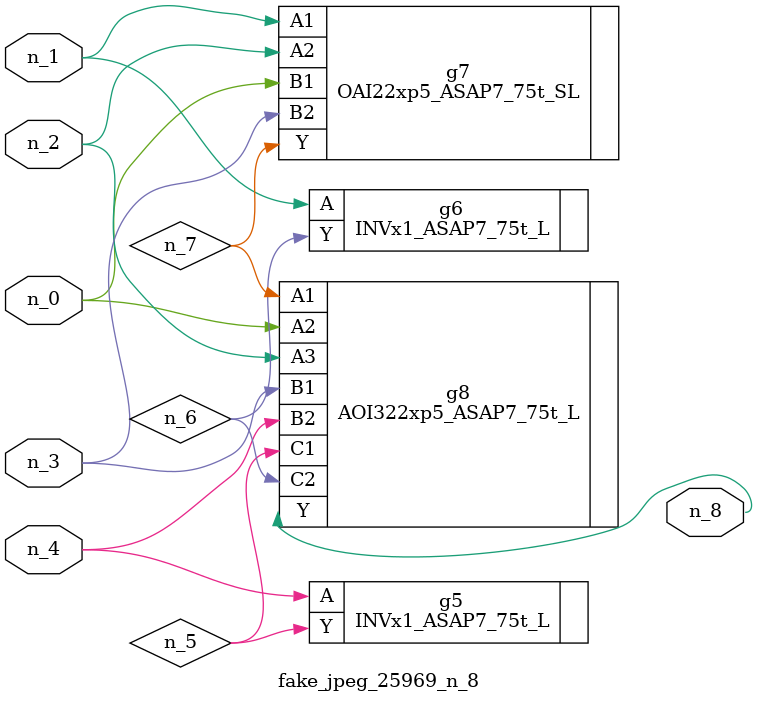
<source format=v>
module fake_jpeg_25969_n_8 (n_3, n_2, n_1, n_0, n_4, n_8);

input n_3;
input n_2;
input n_1;
input n_0;
input n_4;

output n_8;

wire n_6;
wire n_5;
wire n_7;

INVx1_ASAP7_75t_L g5 ( 
.A(n_4),
.Y(n_5)
);

INVx1_ASAP7_75t_L g6 ( 
.A(n_1),
.Y(n_6)
);

OAI22xp5_ASAP7_75t_SL g7 ( 
.A1(n_1),
.A2(n_2),
.B1(n_0),
.B2(n_3),
.Y(n_7)
);

AOI322xp5_ASAP7_75t_L g8 ( 
.A1(n_7),
.A2(n_0),
.A3(n_2),
.B1(n_3),
.B2(n_4),
.C1(n_5),
.C2(n_6),
.Y(n_8)
);


endmodule
</source>
